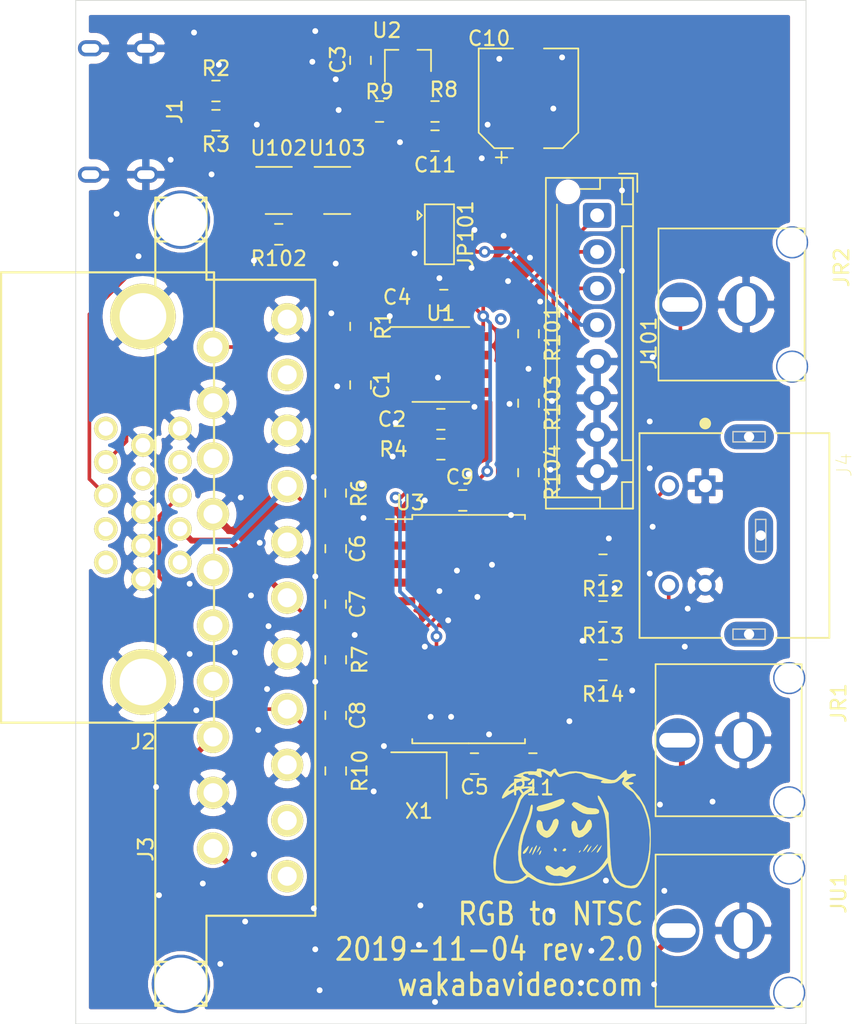
<source format=kicad_pcb>
(kicad_pcb (version 20171130) (host pcbnew "(5.1.5)-2")
  (layers (0 F.Cu signal) (31 B.Cu signal) (34 B.Paste user hide) (35 F.Paste user hide) (36 B.SilkS user hide) (37 F.SilkS user) (38 B.Mask user hide) (39 F.Mask user hide) (44 Edge.Cuts user))
  (net 0 "")
  (net 1 /Red)
  (net 2 "Net-(C2-Pad1)")
  (net 3 /Green)
  (net 4 /Blue)
  (net 5 VCC)
  (net 6 GND)
  (net 7 +5V)
  (net 8 /HSYNC)
  (net 9 /VSYNC)
  (net 10 VS)
  (net 11 "Net-(J4-Pad3)")
  (net 12 "Net-(J2-Pad4)")
  (net 13 "Net-(JR2-Pad1)")
  (net 14 "Net-(R8-Pad2)")
  (net 15 /CSYNC)
  (net 16 "Net-(C1-Pad2)")
  (net 17 "Net-(C6-Pad1)")
  (net 18 "Net-(C7-Pad1)")
  (net 19 "Net-(C8-Pad1)")
  (net 20 "Net-(J1-PadB5)")
  (net 21 "Net-(J1-PadA5)")
  (net 22 "Net-(J2-Pad15)")
  (net 23 "Net-(J2-Pad12)")
  (net 24 "Net-(J2-Pad11)")
  (net 25 "Net-(J2-Pad9)")
  (net 26 "Net-(J3-Pad1)")
  (net 27 "Net-(J3-Pad19)")
  (net 28 "Net-(J3-Pad16)")
  (net 29 "Net-(J3-Pad12)")
  (net 30 "Net-(J3-Pad10)")
  (net 31 "Net-(J3-Pad6)")
  (net 32 "Net-(J3-Pad3)")
  (net 33 "Net-(J3-Pad2)")
  (net 34 "Net-(J4-Pad4)")
  (net 35 "Net-(R11-Pad1)")
  (net 36 "Net-(R12-Pad2)")
  (net 37 "Net-(R13-Pad2)")
  (net 38 "Net-(R14-Pad2)")
  (net 39 "Net-(U1-Pad7)")
  (net 40 "Net-(U1-Pad5)")
  (net 41 "Net-(U1-Pad3)")
  (net 42 "Net-(U3-Pad6)")
  (net 43 /SYNC)
  (net 44 /STRIP_CSYNC)
  (net 45 /VGA_CSYNC)
  (net 46 "Net-(U102-Pad4)")
  (net 47 "Net-(J101-Pad3)")
  (net 48 "Net-(J101-Pad2)")
  (net 49 "Net-(J101-Pad1)")
  (net 50 "Net-(R101-Pad2)")
  (net 51 "Net-(R103-Pad2)")
  (net 52 "Net-(R104-Pad2)")
  (net 53 "Net-(R104-Pad1)")
  (module Resistor_SMD:R_0805_2012Metric_Pad1.15x1.40mm_HandSolder (layer F.Cu) (at 51 72.3 270)
    (fp_text reference R104 (at 0 -1.65 90) (layer F.SilkS))
    (fp_text value 75)
    (pad 2 smd roundrect (at 1.025 0 270) (size 1.15 1.4) (layers F.Cu F.Paste F.Mask) (roundrect_rratio 0.217391) (net 52 "Net-(R104-Pad2)"))
    (pad 1 smd roundrect (at -1.025 0 270) (size 1.15 1.4) (layers F.Cu F.Paste F.Mask) (roundrect_rratio 0.217391) (net 47 "Net-(J101-Pad3)"))
  )
  (module Resistor_SMD:R_0805_2012Metric_Pad1.15x1.40mm_HandSolder (layer F.Cu) (at 51 67.55 270)
    (fp_text reference R103 (at 0 -1.65 90) (layer F.SilkS))
    (fp_text value 75)
    (pad 2 smd roundrect (at 1.025 0 270) (size 1.15 1.4) (layers F.Cu F.Paste F.Mask) (roundrect_rratio 0.217391) (net 51 "Net-(R103-Pad2)"))
    (pad 1 smd roundrect (at -1.025 0 270) (size 1.15 1.4) (layers F.Cu F.Paste F.Mask) (roundrect_rratio 0.217391) (net 48 "Net-(J101-Pad2)"))
  )
  (module Resistor_SMD:R_0805_2012Metric_Pad1.15x1.40mm_HandSolder (layer F.Cu) (at 51 62.8 270)
    (fp_text reference R101 (at 0 -1.65 90) (layer F.SilkS))
    (fp_text value 75)
    (pad 2 smd roundrect (at 1.025 0 270) (size 1.15 1.4) (layers F.Cu F.Paste F.Mask) (roundrect_rratio 0.217391) (net 50 "Net-(R101-Pad2)"))
    (pad 1 smd roundrect (at -1.025 0 270) (size 1.15 1.4) (layers F.Cu F.Paste F.Mask) (roundrect_rratio 0.217391) (net 49 "Net-(J101-Pad1)"))
  )
  (module Connector_JST:JST_XH_B8B-XH-AM_1x08_P2.50mm_Vertical (layer F.Cu) (at 55.7 54.7 270)
    (fp_text reference J101 (at 8.75 -3.55 90) (layer F.SilkS))
    (fp_text value Conn_01x08)
    (pad "" np_thru_hole circle (at -1.6 2 270) (size 1.2 1.2) (drill 1.2) (layers *.Cu *.Mask))
    (pad 8 thru_hole oval (at 17.5 0 270) (size 1.7 1.95) (drill 0.95) (layers *.Cu *.Mask) (net 6 GND))
    (pad 7 thru_hole oval (at 15 0 270) (size 1.7 1.95) (drill 0.95) (layers *.Cu *.Mask) (net 6 GND))
    (pad 6 thru_hole oval (at 12.5 0 270) (size 1.7 1.95) (drill 0.95) (layers *.Cu *.Mask) (net 6 GND))
    (pad 5 thru_hole oval (at 10 0 270) (size 1.7 1.95) (drill 0.95) (layers *.Cu *.Mask) (net 6 GND))
    (pad 4 thru_hole oval (at 7.5 0 270) (size 1.7 1.95) (drill 0.95) (layers *.Cu *.Mask) (net 43 /SYNC))
    (pad 3 thru_hole oval (at 5 0 270) (size 1.7 1.95) (drill 0.95) (layers *.Cu *.Mask) (net 47 "Net-(J101-Pad3)"))
    (pad 2 thru_hole oval (at 2.5 0 270) (size 1.7 1.95) (drill 0.95) (layers *.Cu *.Mask) (net 48 "Net-(J101-Pad2)"))
    (pad 1 thru_hole roundrect (at 0 0 270) (size 1.7 1.95) (drill 0.95) (layers *.Cu *.Mask) (roundrect_rratio 0.147059) (net 49 "Net-(J101-Pad1)"))
  )
  (module Package_TO_SOT_SMD:SOT-23-5 (layer F.Cu) (at 37.9 53)
    (fp_text reference U103 (at 0 -2.9) (layer F.SilkS))
    (fp_text value 74AHCT1G86)
    (pad 5 smd rect (at 1.1 -0.95) (size 1.06 0.65) (layers F.Cu F.Paste F.Mask) (net 5 VCC))
    (pad 4 smd rect (at 1.1 0.95) (size 1.06 0.65) (layers F.Cu F.Paste F.Mask) (net 45 /VGA_CSYNC))
    (pad 3 smd rect (at -1.1 0.95) (size 1.06 0.65) (layers F.Cu F.Paste F.Mask) (net 6 GND))
    (pad 2 smd rect (at -1.1 0) (size 1.06 0.65) (layers F.Cu F.Paste F.Mask) (net 5 VCC))
    (pad 1 smd rect (at -1.1 -0.95) (size 1.06 0.65) (layers F.Cu F.Paste F.Mask) (net 46 "Net-(U102-Pad4)"))
  )
  (module Package_TO_SOT_SMD:SOT-23-5 (layer F.Cu) (at 33.9 53)
    (fp_text reference U102 (at 0 -2.9) (layer F.SilkS))
    (fp_text value 74AHCT1G86)
    (pad 5 smd rect (at 1.1 -0.95) (size 1.06 0.65) (layers F.Cu F.Paste F.Mask) (net 5 VCC))
    (pad 4 smd rect (at 1.1 0.95) (size 1.06 0.65) (layers F.Cu F.Paste F.Mask) (net 46 "Net-(U102-Pad4)"))
    (pad 3 smd rect (at -1.1 0.95) (size 1.06 0.65) (layers F.Cu F.Paste F.Mask) (net 6 GND))
    (pad 2 smd rect (at -1.1 0) (size 1.06 0.65) (layers F.Cu F.Paste F.Mask) (net 9 /VSYNC))
    (pad 1 smd rect (at -1.1 -0.95) (size 1.06 0.65) (layers F.Cu F.Paste F.Mask) (net 8 /HSYNC))
  )
  (module Resistor_SMD:R_0805_2012Metric_Pad1.15x1.40mm_HandSolder (layer F.Cu) (at 33.9 56 180)
    (fp_text reference R102 (at 0 -1.65) (layer F.SilkS))
    (fp_text value 1k)
    (pad 2 smd roundrect (at 1.025 0 180) (size 1.15 1.4) (layers F.Cu F.Paste F.Mask) (roundrect_rratio 0.217391) (net 9 /VSYNC))
    (pad 1 smd roundrect (at -1.025 0 180) (size 1.15 1.4) (layers F.Cu F.Paste F.Mask) (roundrect_rratio 0.217391) (net 5 VCC))
  )
  (module Jumper:SolderJumper-3_P1.3mm_Bridged12_Pad1.0x1.5mm (layer F.Cu) (at 44.9 56 270)
    (fp_text reference JP101 (at 0 -1.8 90) (layer F.SilkS))
    (fp_text value Jumper_3_Bridged12)
    (fp_poly (pts (xy -0.9 -0.3) (xy -0.4 -0.3) (xy -0.4 0.3) (xy -0.9 0.3)) (layer F.Cu) (width 0))
    (pad 2 smd rect (at 0 0 270) (size 1 1.5) (layers F.Cu F.Mask) (net 43 /SYNC))
    (pad 3 smd rect (at 1.3 0 270) (size 1 1.5) (layers F.Cu F.Mask) (net 44 /STRIP_CSYNC))
    (pad 1 smd rect (at -1.3 0 270) (size 1 1.5) (layers F.Cu F.Mask) (net 45 /VGA_CSYNC))
  )
  (module videobits:uwuriel (layer F.Cu) (at 54 96.6)
    (fp_text reference GOTE1 hide)
    (fp_text value Fiducial hide)
  )
  (module Package_TO_SOT_SMD:SOT-23 (layer F.Cu) (at 42.746 44.142 90)
    (fp_text reference U2 (at 2.092 -1.446 180) (layer F.SilkS))
    (fp_text value SC6206B-65K5 hide)
    (pad 3 smd rect (at 1 0 90) (size 0.9 0.8) (layers F.Cu F.Paste F.Mask) (net 7 +5V))
    (pad 2 smd rect (at -1 0.95 90) (size 0.9 0.8) (layers F.Cu F.Paste F.Mask) (net 5 VCC))
    (pad 1 smd rect (at -1 -0.95 90) (size 0.9 0.8) (layers F.Cu F.Paste F.Mask) (net 14 "Net-(R8-Pad2)"))
  )
  (module Resistor_SMD:R_0805_2012Metric_Pad1.15x1.40mm_HandSolder (layer F.Cu) (at 44.6 47.6 180)
    (fp_text reference R8 (at -0.6 1.5 180) (layer F.SilkS))
    (fp_text value 3k)
    (pad 2 smd roundrect (at 1.025 0 180) (size 1.15 1.4) (layers F.Cu F.Paste F.Mask) (roundrect_rratio 0.217391) (net 14 "Net-(R8-Pad2)"))
    (pad 1 smd roundrect (at -1.025 0 180) (size 1.15 1.4) (layers F.Cu F.Paste F.Mask) (roundrect_rratio 0.217391) (net 5 VCC))
  )
  (module Resistor_SMD:R_0805_2012Metric_Pad1.15x1.40mm_HandSolder (layer F.Cu) (at 40.8 47.6 180)
    (fp_text reference R9 (at 0 1.35 180) (layer F.SilkS))
    (fp_text value 1k)
    (pad 2 smd roundrect (at 1.025 0 180) (size 1.15 1.4) (layers F.Cu F.Paste F.Mask) (roundrect_rratio 0.217391) (net 6 GND))
    (pad 1 smd roundrect (at -1.025 0 180) (size 1.15 1.4) (layers F.Cu F.Paste F.Mask) (roundrect_rratio 0.217391) (net 14 "Net-(R8-Pad2)"))
  )
  (module Resistor_SMD:R_0805_2012Metric_Pad1.15x1.40mm_HandSolder (layer F.Cu) (at 37.8 73.7 90)
    (fp_text reference R6 (at 0 1.6 90) (layer F.SilkS))
    (fp_text value 75)
    (pad 2 smd roundrect (at 1.025 0 90) (size 1.15 1.4) (layers F.Cu F.Paste F.Mask) (roundrect_rratio 0.217391) (net 6 GND))
    (pad 1 smd roundrect (at -1.025 0 90) (size 1.15 1.4) (layers F.Cu F.Paste F.Mask) (roundrect_rratio 0.217391) (net 1 /Red))
  )
  (module Resistor_SMD:R_0805_2012Metric_Pad1.15x1.40mm_HandSolder (layer F.Cu) (at 37.8 85.1 270)
    (fp_text reference R7 (at 0 -1.65 90) (layer F.SilkS))
    (fp_text value 75)
    (pad 2 smd roundrect (at 1.025 0 270) (size 1.15 1.4) (layers F.Cu F.Paste F.Mask) (roundrect_rratio 0.217391) (net 6 GND))
    (pad 1 smd roundrect (at -1.025 0 270) (size 1.15 1.4) (layers F.Cu F.Paste F.Mask) (roundrect_rratio 0.217391) (net 3 /Green))
  )
  (module Capacitor_SMD:C_0805_2012Metric_Pad1.15x1.40mm_HandSolder (layer F.Cu) (at 37.8 81.3 270)
    (fp_text reference C7 (at 0 -1.5 90) (layer F.SilkS))
    (fp_text value 1u)
    (pad 2 smd roundrect (at 1.025 0 270) (size 1.15 1.4) (layers F.Cu F.Paste F.Mask) (roundrect_rratio 0.217391) (net 3 /Green))
    (pad 1 smd roundrect (at -1.025 0 270) (size 1.15 1.4) (layers F.Cu F.Paste F.Mask) (roundrect_rratio 0.217391) (net 18 "Net-(C7-Pad1)"))
  )
  (module Capacitor_SMD:C_0805_2012Metric_Pad1.15x1.40mm_HandSolder (layer F.Cu) (at 37.8 88.9 270)
    (fp_text reference C8 (at 0 -1.5 90) (layer F.SilkS))
    (fp_text value 1u)
    (pad 2 smd roundrect (at 1.025 0 270) (size 1.15 1.4) (layers F.Cu F.Paste F.Mask) (roundrect_rratio 0.217391) (net 4 /Blue))
    (pad 1 smd roundrect (at -1.025 0 270) (size 1.15 1.4) (layers F.Cu F.Paste F.Mask) (roundrect_rratio 0.217391) (net 19 "Net-(C8-Pad1)"))
  )
  (module Capacitor_SMD:C_0805_2012Metric_Pad1.15x1.40mm_HandSolder (layer F.Cu) (at 44.6 49.6 180)
    (fp_text reference C11 (at 0 -1.65) (layer F.SilkS))
    (fp_text value 10u)
    (pad 2 smd roundrect (at 1.025 0 180) (size 1.15 1.4) (layers F.Cu F.Paste F.Mask) (roundrect_rratio 0.217391) (net 6 GND))
    (pad 1 smd roundrect (at -1.025 0 180) (size 1.15 1.4) (layers F.Cu F.Paste F.Mask) (roundrect_rratio 0.217391) (net 5 VCC))
  )
  (module Capacitor_SMD:C_0805_2012Metric_Pad1.15x1.40mm_HandSolder (layer F.Cu) (at 39.5 66.3 270)
    (fp_text reference C1 (at 0 -1.45 90) (layer F.SilkS))
    (fp_text value 100n)
    (pad 2 smd roundrect (at 1.025 0 270) (size 1.15 1.4) (layers F.Cu F.Paste F.Mask) (roundrect_rratio 0.217391) (net 16 "Net-(C1-Pad2)"))
    (pad 1 smd roundrect (at -1.025 0 270) (size 1.15 1.4) (layers F.Cu F.Paste F.Mask) (roundrect_rratio 0.217391) (net 15 /CSYNC))
  )
  (module Resistor_SMD:R_0805_2012Metric_Pad1.15x1.40mm_HandSolder (layer F.Cu) (at 39.5 62.3 90)
    (fp_text reference R1 (at 0.05 1.55 90) (layer F.SilkS))
    (fp_text value 75)
    (pad 2 smd roundrect (at 1.025 0 90) (size 1.15 1.4) (layers F.Cu F.Paste F.Mask) (roundrect_rratio 0.217391) (net 6 GND))
    (pad 1 smd roundrect (at -1.025 0 90) (size 1.15 1.4) (layers F.Cu F.Paste F.Mask) (roundrect_rratio 0.217391) (net 15 /CSYNC))
  )
  (module custom_components:SCART_CONN (layer F.Cu) (at 29.4 98 270)
    (fp_text reference J3 (at 0.05 4.6 90) (layer F.SilkS))
    (fp_text value SCART_CONN)
    (pad 1 thru_hole circle (at 1.905 -5.08 270) (size 2.2 2.2) (drill 1.3) (layers *.Cu *.Mask F.SilkS) (net 26 "Net-(J3-Pad1)"))
    (pad 21 thru_hole circle (at -36.195 -5.08 270) (size 2.2 2.2) (drill 1.3) (layers *.Cu *.Mask F.SilkS) (net 6 GND))
    (pad 18 thru_hole circle (at -30.48 0 270) (size 2.2 2.2) (drill 1.3) (layers *.Cu *.Mask F.SilkS) (net 6 GND))
    (pad 19 thru_hole circle (at -32.385 -5.08 270) (size 2.2 2.2) (drill 1.3) (layers *.Cu *.Mask F.SilkS) (net 27 "Net-(J3-Pad19)"))
    (pad 16 thru_hole circle (at -26.67 0 270) (size 2.2 2.2) (drill 1.3) (layers *.Cu *.Mask F.SilkS) (net 28 "Net-(J3-Pad16)"))
    (pad 17 thru_hole circle (at -28.575 -5.08 270) (size 2.2 2.2) (drill 1.3) (layers *.Cu *.Mask F.SilkS) (net 6 GND))
    (pad 14 thru_hole circle (at -22.86 0 270) (size 2.2 2.2) (drill 1.3) (layers *.Cu *.Mask F.SilkS) (net 6 GND))
    (pad 15 thru_hole circle (at -24.765 -5.08 270) (size 2.2 2.2) (drill 1.3) (layers *.Cu *.Mask F.SilkS) (net 1 /Red))
    (pad 20 thru_hole circle (at -34.29 0 270) (size 2.2 2.2) (drill 1.3) (layers *.Cu *.Mask F.SilkS) (net 15 /CSYNC))
    (pad 13 thru_hole circle (at -20.955 -5.08 270) (size 2.2 2.2) (drill 1.3) (layers *.Cu *.Mask F.SilkS) (net 6 GND))
    (pad 12 thru_hole circle (at -19.05 0 270) (size 2.2 2.2) (drill 1.3) (layers *.Cu *.Mask F.SilkS) (net 29 "Net-(J3-Pad12)"))
    (pad 11 thru_hole circle (at -17.145 -5.08 270) (size 2.2 2.2) (drill 1.3) (layers *.Cu *.Mask F.SilkS) (net 3 /Green))
    (pad 10 thru_hole circle (at -15.24 0 270) (size 2.2 2.2) (drill 1.3) (layers *.Cu *.Mask F.SilkS) (net 30 "Net-(J3-Pad10)"))
    (pad 9 thru_hole circle (at -13.335 -5.08 270) (size 2.2 2.2) (drill 1.3) (layers *.Cu *.Mask F.SilkS) (net 6 GND))
    (pad 8 thru_hole circle (at -11.43 0 270) (size 2.2 2.2) (drill 1.3) (layers *.Cu *.Mask F.SilkS) (net 10 VS))
    (pad 7 thru_hole circle (at -9.525 -5.08 270) (size 2.2 2.2) (drill 1.3) (layers *.Cu *.Mask F.SilkS) (net 4 /Blue))
    (pad 6 thru_hole circle (at -7.62 0 270) (size 2.2 2.2) (drill 1.3) (layers *.Cu *.Mask F.SilkS) (net 31 "Net-(J3-Pad6)"))
    (pad 5 thru_hole circle (at -5.715 -5.08 270) (size 2.2 2.2) (drill 1.3) (layers *.Cu *.Mask F.SilkS) (net 6 GND))
    (pad 4 thru_hole circle (at -3.81 0 270) (size 2.2 2.2) (drill 1.3) (layers *.Cu *.Mask F.SilkS) (net 6 GND))
    (pad 3 thru_hole circle (at -1.905 -5.08 270) (size 2.2 2.2) (drill 1.3) (layers *.Cu *.Mask F.SilkS) (net 32 "Net-(J3-Pad3)"))
    (pad 2 thru_hole circle (at 0 0 270) (size 2.2 2.2) (drill 1.3) (layers *.Cu *.Mask F.SilkS) (net 33 "Net-(J3-Pad2)"))
    (pad 0 thru_hole circle (at -43 2.2 270) (size 4 4) (drill 3.6) (layers *.Cu *.Mask))
    (pad 0 thru_hole circle (at 9.27 2.2 270) (size 4 4) (drill 3.6) (layers *.Cu *.Mask))
  )
  (module videobits:USB_C_Receptacle_Generic_Power_Only (layer F.Cu) (at 18.4 47.6 90)
    (fp_text reference J1 (at 0 8.382 90) (layer F.SilkS))
    (fp_text value USB_C_Receptacle_Power)
    (pad S1 thru_hole oval (at 4.32 6.4 90) (size 1.1 1.7) (drill oval 0.6 1.2) (layers *.Cu *.Mask) (net 6 GND))
    (pad S1 thru_hole oval (at -4.32 6.4 90) (size 1.1 1.7) (drill oval 0.6 1.2) (layers *.Cu *.Mask) (net 6 GND))
    (pad S1 thru_hole oval (at -4.32 2.6 90) (size 1.1 1.7) (drill oval 0.6 1.2) (layers *.Cu *.Mask) (net 6 GND))
    (pad B12 smd rect (at 2.75 6.55 90) (size 0.8 1.2) (layers F.Cu F.Mask) (net 6 GND))
    (pad B9 smd rect (at 1.52 6.55 90) (size 0.76 1.2) (layers F.Cu F.Mask) (net 7 +5V))
    (pad B5 smd rect (at -0.5 6.55 90) (size 0.7 1.2) (layers F.Cu F.Mask) (net 20 "Net-(J1-PadB5)"))
    (pad S1 thru_hole oval (at 4.32 2.6 90) (size 1.1 1.7) (drill oval 0.6 1.2) (layers *.Cu *.Mask) (net 6 GND))
    (pad A9 smd rect (at -1.52 6.55 90) (size 0.76 1.2) (layers F.Cu F.Mask) (net 7 +5V))
    (pad A12 smd rect (at -2.75 6.55 90) (size 0.8 1.2) (layers F.Cu F.Mask) (net 6 GND))
    (pad A5 smd rect (at 0.5 6.55 90) (size 0.7 1.2) (layers F.Cu F.Mask) (net 21 "Net-(J1-PadA5)"))
  )
  (module Capacitor_SMD:C_0805_2012Metric_Pad1.15x1.40mm_HandSolder (layer F.Cu) (at 45 68.65 180)
    (fp_text reference C2 (at 3.35 0) (layer F.SilkS))
    (fp_text value 100n)
    (pad 2 smd roundrect (at 1.025 0 180) (size 1.15 1.4) (layers F.Cu F.Paste F.Mask) (roundrect_rratio 0.217391) (net 6 GND))
    (pad 1 smd roundrect (at -1.025 0 180) (size 1.15 1.4) (layers F.Cu F.Paste F.Mask) (roundrect_rratio 0.217391) (net 2 "Net-(C2-Pad1)"))
  )
  (module Resistor_SMD:R_0805_2012Metric_Pad1.15x1.40mm_HandSolder (layer F.Cu) (at 45 70.7 180)
    (fp_text reference R4 (at 3.25 0) (layer F.SilkS))
    (fp_text value 680k)
    (pad 2 smd roundrect (at 1.025 0 180) (size 1.15 1.4) (layers F.Cu F.Paste F.Mask) (roundrect_rratio 0.217391) (net 6 GND))
    (pad 1 smd roundrect (at -1.025 0 180) (size 1.15 1.4) (layers F.Cu F.Paste F.Mask) (roundrect_rratio 0.217391) (net 2 "Net-(C2-Pad1)"))
  )
  (module Package_SO:SOP-24_7.5x15.4mm_P1.27mm (layer F.Cu) (at 46.9 83)
    (fp_text reference U3 (at -4 -8.65) (layer F.SilkS))
    (fp_text value CXA2075)
    (pad 24 smd roundrect (at 4.65 -6.985) (size 2 0.55) (layers F.Cu F.Paste F.Mask) (net 6 GND))
    (pad 23 smd roundrect (at 4.65 -5.715) (size 2 0.55) (layers F.Cu F.Paste F.Mask) (net 50 "Net-(R101-Pad2)"))
    (pad 22 smd roundrect (at 4.65 -4.445) (size 2 0.55) (layers F.Cu F.Paste F.Mask) (net 51 "Net-(R103-Pad2)"))
    (pad 21 smd roundrect (at 4.65 -3.175) (size 2 0.55) (layers F.Cu F.Paste F.Mask) (net 52 "Net-(R104-Pad2)"))
    (pad 20 smd roundrect (at 4.65 -1.905) (size 2 0.55) (layers F.Cu F.Paste F.Mask) (net 36 "Net-(R12-Pad2)"))
    (pad 19 smd roundrect (at 4.65 -0.635) (size 2 0.55) (layers F.Cu F.Paste F.Mask) (net 5 VCC))
    (pad 18 smd roundrect (at 4.65 0.635) (size 2 0.55) (layers F.Cu F.Paste F.Mask))
    (pad 17 smd roundrect (at 4.65 1.905) (size 2 0.55) (layers F.Cu F.Paste F.Mask) (net 35 "Net-(R11-Pad1)"))
    (pad 16 smd roundrect (at 4.65 3.175) (size 2 0.55) (layers F.Cu F.Paste F.Mask) (net 37 "Net-(R13-Pad2)"))
    (pad 15 smd roundrect (at 4.65 4.445) (size 2 0.55) (layers F.Cu F.Paste F.Mask) (net 38 "Net-(R14-Pad2)"))
    (pad 14 smd roundrect (at 4.65 5.715) (size 2 0.55) (layers F.Cu F.Paste F.Mask))
    (pad 13 smd roundrect (at 4.65 6.985) (size 2 0.55) (layers F.Cu F.Paste F.Mask))
    (pad 12 smd roundrect (at -4.65 6.985) (size 2 0.55) (layers F.Cu F.Paste F.Mask) (net 5 VCC))
    (pad 11 smd roundrect (at -4.65 5.715) (size 2 0.55) (layers F.Cu F.Paste F.Mask))
    (pad 10 smd roundrect (at -4.65 4.445) (size 2 0.55) (layers F.Cu F.Paste F.Mask) (net 43 /SYNC))
    (pad 9 smd roundrect (at -4.65 3.175) (size 2 0.55) (layers F.Cu F.Paste F.Mask))
    (pad 8 smd roundrect (at -4.65 1.905) (size 2 0.55) (layers F.Cu F.Paste F.Mask))
    (pad 7 smd roundrect (at -4.65 0.635) (size 2 0.55) (layers F.Cu F.Paste F.Mask) (net 5 VCC))
    (pad 6 smd roundrect (at -4.65 -0.635) (size 2 0.55) (layers F.Cu F.Paste F.Mask) (net 42 "Net-(U3-Pad6)"))
    (pad 5 smd roundrect (at -4.65 -1.905) (size 2 0.55) (layers F.Cu F.Paste F.Mask))
    (pad 4 smd roundrect (at -4.65 -3.175) (size 2 0.55) (layers F.Cu F.Paste F.Mask) (net 19 "Net-(C8-Pad1)"))
    (pad 3 smd roundrect (at -4.65 -4.445) (size 2 0.55) (layers F.Cu F.Paste F.Mask) (net 18 "Net-(C7-Pad1)"))
    (pad 2 smd roundrect (at -4.65 -5.715) (size 2 0.55) (layers F.Cu F.Paste F.Mask) (net 17 "Net-(C6-Pad1)"))
    (pad 1 smd roundrect (at -4.65 -6.985) (size 2 0.55) (layers F.Cu F.Paste F.Mask) (net 6 GND))
  )
  (module Resistor_SMD:R_0805_2012Metric_Pad1.15x1.40mm_HandSolder (layer F.Cu) (at 51.3 92.2 180)
    (fp_text reference R11 (at 0 -1.65) (layer F.SilkS))
    (fp_text value 3k3)
    (pad 2 smd roundrect (at 1.025 0 180) (size 1.15 1.4) (layers F.Cu F.Paste F.Mask) (roundrect_rratio 0.217391) (net 5 VCC))
    (pad 1 smd roundrect (at -1.025 0 180) (size 1.15 1.4) (layers F.Cu F.Paste F.Mask) (roundrect_rratio 0.217391) (net 35 "Net-(R11-Pad1)"))
  )
  (module Capacitor_SMD:C_0805_2012Metric_Pad1.15x1.40mm_HandSolder (layer F.Cu) (at 47.3 92.2)
    (fp_text reference C5 (at 0 1.6) (layer F.SilkS))
    (fp_text value 100n)
    (pad 2 smd roundrect (at 1.025 0) (size 1.15 1.4) (layers F.Cu F.Paste F.Mask) (roundrect_rratio 0.217391) (net 6 GND))
    (pad 1 smd roundrect (at -1.025 0) (size 1.15 1.4) (layers F.Cu F.Paste F.Mask) (roundrect_rratio 0.217391) (net 5 VCC))
  )
  (module Oscillator:Oscillator_SMD_Abracon_ASE-4Pin_3.2x2.5mm (layer F.Cu) (at 43.5 93 180)
    (fp_text reference X1 (at 0 -2.45) (layer F.SilkS))
    (fp_text value ASE-14.32MHz)
    (pad 4 smd rect (at -1.05 -0.825 180) (size 1.3 1.1) (layers F.Cu F.Paste F.Mask) (net 5 VCC))
    (pad 3 smd rect (at 1.05 -0.825 180) (size 1.3 1.1) (layers F.Cu F.Paste F.Mask) (net 42 "Net-(U3-Pad6)"))
    (pad 2 smd rect (at 1.05 0.825 180) (size 1.3 1.1) (layers F.Cu F.Paste F.Mask) (net 6 GND))
    (pad 1 smd rect (at -1.05 0.825 180) (size 1.3 1.1) (layers F.Cu F.Paste F.Mask) (net 5 VCC))
  )
  (module Resistor_SMD:R_0805_2012Metric_Pad1.15x1.40mm_HandSolder (layer F.Cu) (at 56.1 85.8 180)
    (fp_text reference R14 (at 0 -1.65) (layer F.SilkS))
    (fp_text value 75)
    (pad 2 smd roundrect (at 1.025 0 180) (size 1.15 1.4) (layers F.Cu F.Paste F.Mask) (roundrect_rratio 0.217391) (net 38 "Net-(R14-Pad2)"))
    (pad 1 smd roundrect (at -1.025 0 180) (size 1.15 1.4) (layers F.Cu F.Paste F.Mask) (roundrect_rratio 0.217391) (net 34 "Net-(J4-Pad4)"))
  )
  (module Resistor_SMD:R_0805_2012Metric_Pad1.15x1.40mm_HandSolder (layer F.Cu) (at 56.1 81.8 180)
    (fp_text reference R13 (at 0 -1.65) (layer F.SilkS))
    (fp_text value 75)
    (pad 2 smd roundrect (at 1.025 0 180) (size 1.15 1.4) (layers F.Cu F.Paste F.Mask) (roundrect_rratio 0.217391) (net 37 "Net-(R13-Pad2)"))
    (pad 1 smd roundrect (at -1.025 0 180) (size 1.15 1.4) (layers F.Cu F.Paste F.Mask) (roundrect_rratio 0.217391) (net 11 "Net-(J4-Pad3)"))
  )
  (module Resistor_SMD:R_0805_2012Metric_Pad1.15x1.40mm_HandSolder (layer F.Cu) (at 56.1 78.6 180)
    (fp_text reference R12 (at 0 -1.65) (layer F.SilkS))
    (fp_text value 75)
    (pad 2 smd roundrect (at 1.025 0 180) (size 1.15 1.4) (layers F.Cu F.Paste F.Mask) (roundrect_rratio 0.217391) (net 36 "Net-(R12-Pad2)"))
    (pad 1 smd roundrect (at -1.025 0 180) (size 1.15 1.4) (layers F.Cu F.Paste F.Mask) (roundrect_rratio 0.217391) (net 13 "Net-(JR2-Pad1)"))
  )
  (module videobits:Cheapo_RCA_single_edge (layer F.Cu) (at 69.9 60.8 270)
    (fp_text reference JR2 (at -2.54 -2.54 90) (layer F.SilkS))
    (fp_text value Conn_Coaxial)
    (pad 0 thru_hole circle (at -4.25 0.85 270) (size 2.2 2.2) (drill 2) (layers *.Cu *.Mask))
    (pad 0 thru_hole circle (at 4.25 0.85 270) (size 2.2 2.2) (drill 2) (layers *.Cu *.Mask))
    (pad 2 thru_hole oval (at 0 4 270) (size 3 3) (drill oval 2.5 1.3) (layers *.Cu *.Mask) (net 6 GND))
    (pad 1 thru_hole oval (at 0 8.5 270) (size 3 3) (drill oval 1 2.5) (layers *.Cu *.Mask) (net 13 "Net-(JR2-Pad1)"))
  )
  (module videobits:CUI_MD-40SM (layer F.Cu) (at 65.1 76.6 270)
    (fp_text reference J4 (at -4.82085 -7.51633 90) (layer F.SilkS) (effects (font (size 1.00018 1.00018) (thickness 0.05))))
    (fp_text value Mini-DIN-4 hide)
    (fp_line (start 1.1 -2.15) (end 1.1 -1.45) (layer Edge.Cuts) (width 0.1))
    (fp_line (start -1.1 -2.15) (end 1.1 -2.15) (layer Edge.Cuts) (width 0.1))
    (fp_line (start -1.1 -1.45) (end -1.1 -2.15) (layer Edge.Cuts) (width 0.1))
    (fp_line (start 1.1 -1.45) (end -1.1 -1.45) (layer Edge.Cuts) (width 0.1))
    (fp_line (start 6.4 -2.1) (end 7.1 -2.1) (layer Edge.Cuts) (width 0.1))
    (fp_line (start 6.4 0.1) (end 6.4 -2.1) (layer Edge.Cuts) (width 0.1))
    (fp_line (start 7.1 0.1) (end 6.4 0.1) (layer Edge.Cuts) (width 0.1))
    (fp_line (start 7.1 -2.1) (end 7.1 0.1) (layer Edge.Cuts) (width 0.1))
    (fp_line (start -6.4 0.1) (end -7.1 0.1) (layer Edge.Cuts) (width 0.1))
    (fp_line (start -6.4 -2.1) (end -6.4 0.1) (layer Edge.Cuts) (width 0.1))
    (fp_line (start -7.1 -2.1) (end -6.4 -2.1) (layer Edge.Cuts) (width 0.1))
    (fp_line (start -7.1 0.1) (end -7.1 -2.1) (layer Edge.Cuts) (width 0.1))
    (pad 4 thru_hole circle (at 3.4 4.5 180) (size 1.408 1.408) (drill 0.9) (layers *.Cu *.Mask) (net 34 "Net-(J4-Pad4)"))
    (pad 2 thru_hole circle (at 3.4 2 180) (size 1.408 1.408) (drill 0.9) (layers *.Cu *.Mask) (net 6 GND))
    (pad 1 thru_hole rect (at -3.4 2 180) (size 1.408 1.408) (drill 0.9) (layers *.Cu *.Mask) (net 6 GND))
    (pad 3 thru_hole circle (at -3.4 4.5 180) (size 1.408 1.408) (drill 0.9) (layers *.Cu *.Mask) (net 11 "Net-(J4-Pad3)"))
    (pad S3 thru_hole oval (at 6.75 -1 180) (size 3.4 1.7) (drill 0.7) (layers *.Cu *.Mask))
    (pad S2 thru_hole oval (at 0 -1.8 90) (size 3.4 1.7) (drill 0.7) (layers *.Cu *.Mask))
    (pad S1 thru_hole oval (at -6.75 -1) (size 3.4 1.7) (drill 0.7) (layers *.Cu *.Mask))
  )
  (module videobits:Cheapo_RCA_single_edge (layer F.Cu) (at 69.7 90.6 270)
    (fp_text reference JR1 (at -2.54 -2.54 90) (layer F.SilkS))
    (fp_text value Conn_Coaxial)
    (pad "" np_thru_hole circle (at -4.25 0.85 270) (size 2.2 2.2) (drill 2) (layers *.Cu *.Mask))
    (pad "" np_thru_hole circle (at 4.25 0.85 270) (size 2.2 2.2) (drill 2) (layers *.Cu *.Mask))
    (pad 2 thru_hole oval (at 0 4 270) (size 3 3) (drill oval 2.5 1.3) (layers *.Cu *.Mask) (net 6 GND))
    (pad 1 thru_hole oval (at 0 8.5 270) (size 3 3) (drill oval 1 2.5) (layers *.Cu *.Mask) (net 33 "Net-(J3-Pad2)"))
  )
  (module videobits:Cheapo_RCA_single_edge (layer F.Cu) (at 69.7 103.62 270)
    (fp_text reference JU1 (at -2.54 -2.54 90) (layer F.SilkS))
    (fp_text value Conn_Coaxial)
    (pad "" np_thru_hole circle (at -4.25 0.85 270) (size 2.2 2.2) (drill 2) (layers *.Cu *.Mask))
    (pad "" np_thru_hole circle (at 4.25 0.85 270) (size 2.2 2.2) (drill 2) (layers *.Cu *.Mask))
    (pad 2 thru_hole oval (at 0 4 270) (size 3 3) (drill oval 2.5 1.3) (layers *.Cu *.Mask) (net 6 GND))
    (pad 1 thru_hole oval (at 0 8.5 270) (size 3 3) (drill oval 1 2.5) (layers *.Cu *.Mask) (net 31 "Net-(J3-Pad6)"))
  )
  (module Capacitor_SMD:CP_Elec_6.3x7.7 (layer F.Cu) (at 51 46.7 90)
    (fp_text reference C10 (at 4.1 -2.7) (layer F.SilkS))
    (fp_text value 33u)
    (pad 2 smd roundrect (at 2.7 0 90) (size 3.5 1.6) (layers F.Cu F.Paste F.Mask) (roundrect_rratio 0.15625) (net 6 GND))
    (pad 1 smd roundrect (at -2.7 0 90) (size 3.5 1.6) (layers F.Cu F.Paste F.Mask) (roundrect_rratio 0.15625) (net 5 VCC))
  )
  (module Resistor_SMD:R_0805_2012Metric_Pad1.15x1.40mm_HandSolder (layer F.Cu) (at 37.8 92.7 270)
    (fp_text reference R10 (at 0 -1.65 90) (layer F.SilkS))
    (fp_text value 75)
    (pad 2 smd roundrect (at 1.025 0 270) (size 1.15 1.4) (layers F.Cu F.Paste F.Mask) (roundrect_rratio 0.217391) (net 6 GND))
    (pad 1 smd roundrect (at -1.025 0 270) (size 1.15 1.4) (layers F.Cu F.Paste F.Mask) (roundrect_rratio 0.217391) (net 4 /Blue))
  )
  (module Capacitor_SMD:C_0805_2012Metric_Pad1.15x1.40mm_HandSolder (layer F.Cu) (at 37.8 77.5 90)
    (fp_text reference C6 (at 0 1.5 90) (layer F.SilkS))
    (fp_text value 1u)
    (pad 2 smd roundrect (at 1.025 0 90) (size 1.15 1.4) (layers F.Cu F.Paste F.Mask) (roundrect_rratio 0.217391) (net 1 /Red))
    (pad 1 smd roundrect (at -1.025 0 90) (size 1.15 1.4) (layers F.Cu F.Paste F.Mask) (roundrect_rratio 0.217391) (net 17 "Net-(C6-Pad1)"))
  )
  (module custom_components:VGA_CONN (layer F.Cu) (at 24.6 75 270)
    (fp_text reference J2 (at 15.70228 -0.00508) (layer F.SilkS))
    (fp_text value VGA)
    (pad 10 thru_hole circle (at -13.38 0 270) (size 4.5 4.5) (drill 3.2) (layers *.Cu *.Mask F.SilkS) (net 6 GND))
    (pad 10 thru_hole circle (at 11.62 0 270) (size 4.5 4.5) (drill 3.2) (layers *.Cu *.Mask F.SilkS) (net 6 GND))
    (pad 15 thru_hole circle (at -5.72 2.54 270) (size 1.6 1.6) (drill 1) (layers *.Cu *.Mask F.SilkS) (net 22 "Net-(J2-Pad15)"))
    (pad 14 thru_hole circle (at -3.43 2.54 270) (size 1.6 1.6) (drill 1) (layers *.Cu *.Mask F.SilkS) (net 9 /VSYNC))
    (pad 13 thru_hole circle (at -1.14 2.54 270) (size 1.6 1.6) (drill 1) (layers *.Cu *.Mask F.SilkS) (net 8 /HSYNC))
    (pad 12 thru_hole circle (at 1.15 2.54 270) (size 1.6 1.6) (drill 1) (layers *.Cu *.Mask F.SilkS) (net 23 "Net-(J2-Pad12)"))
    (pad 11 thru_hole circle (at 3.44 2.54 270) (size 1.6 1.6) (drill 1) (layers *.Cu *.Mask F.SilkS) (net 24 "Net-(J2-Pad11)"))
    (pad 7 thru_hole circle (at 2.29 0 270) (size 1.6 1.6) (drill 1) (layers *.Cu *.Mask F.SilkS) (net 6 GND))
    (pad 6 thru_hole circle (at 4.58 0 270) (size 1.6 1.6) (drill 1) (layers *.Cu *.Mask F.SilkS) (net 6 GND))
    (pad 5 thru_hole circle (at -5.72 -2.54 270) (size 1.6 1.6) (drill 1) (layers *.Cu *.Mask F.SilkS) (net 6 GND))
    (pad 4 thru_hole circle (at -3.43 -2.54 270) (size 1.6 1.6) (drill 1) (layers *.Cu *.Mask F.SilkS) (net 12 "Net-(J2-Pad4)"))
    (pad 3 thru_hole circle (at -1.14 -2.54 270) (size 1.6 1.6) (drill 1) (layers *.Cu *.Mask F.SilkS) (net 4 /Blue))
    (pad 2 thru_hole circle (at 1.15 -2.54 270) (size 1.6 1.6) (drill 1) (layers *.Cu *.Mask F.SilkS) (net 3 /Green))
    (pad 1 thru_hole circle (at 3.44 -2.54 270) (size 1.6 1.6) (drill 1) (layers *.Cu *.Mask F.SilkS) (net 1 /Red))
    (pad 10 thru_hole circle (at -4.58 0 270) (size 1.6 1.6) (drill 1) (layers *.Cu *.Mask F.SilkS) (net 6 GND))
    (pad 9 thru_hole circle (at -2.29 0 270) (size 1.6 1.6) (drill 1) (layers *.Cu *.Mask F.SilkS) (net 25 "Net-(J2-Pad9)"))
    (pad 8 thru_hole circle (at 0 0 270) (size 1.6 1.6) (drill 1) (layers *.Cu *.Mask F.SilkS) (net 6 GND))
  )
  (module Capacitor_SMD:C_0805_2012Metric_Pad1.15x1.40mm_HandSolder (layer F.Cu) (at 39.5 44.1 270)
    (fp_text reference C3 (at -0.05 1.55 90) (layer F.SilkS))
    (fp_text value 100n)
    (pad 2 smd roundrect (at 1.025 0 270) (size 1.15 1.4) (layers F.Cu F.Paste F.Mask) (roundrect_rratio 0.217391) (net 6 GND))
    (pad 1 smd roundrect (at -1.025 0 270) (size 1.15 1.4) (layers F.Cu F.Paste F.Mask) (roundrect_rratio 0.217391) (net 7 +5V))
  )
  (module Capacitor_SMD:C_0805_2012Metric_Pad1.15x1.40mm_HandSolder (layer F.Cu) (at 45.2 60.5 180)
    (fp_text reference C4 (at 3.2 0.2) (layer F.SilkS))
    (fp_text value 100n)
    (pad 2 smd roundrect (at 1.025 0 180) (size 1.15 1.4) (layers F.Cu F.Paste F.Mask) (roundrect_rratio 0.217391) (net 6 GND))
    (pad 1 smd roundrect (at -1.025 0 180) (size 1.15 1.4) (layers F.Cu F.Paste F.Mask) (roundrect_rratio 0.217391) (net 5 VCC))
  )
  (module Capacitor_SMD:C_0805_2012Metric_Pad1.15x1.40mm_HandSolder (layer F.Cu) (at 46.5 74.2 180)
    (fp_text reference C9 (at 0.2 1.6) (layer F.SilkS))
    (fp_text value 100n)
    (pad 2 smd roundrect (at 1.025 0 180) (size 1.15 1.4) (layers F.Cu F.Paste F.Mask) (roundrect_rratio 0.217391) (net 6 GND))
    (pad 1 smd roundrect (at -1.025 0 180) (size 1.15 1.4) (layers F.Cu F.Paste F.Mask) (roundrect_rratio 0.217391) (net 5 VCC))
  )
  (module Resistor_SMD:R_0805_2012Metric_Pad1.15x1.40mm_HandSolder (layer F.Cu) (at 29.6 46.2 180)
    (fp_text reference R2 (at 0 1.55) (layer F.SilkS))
    (fp_text value 5k1)
    (pad 2 smd roundrect (at 1.025 0 180) (size 1.15 1.4) (layers F.Cu F.Paste F.Mask) (roundrect_rratio 0.217391) (net 21 "Net-(J1-PadA5)"))
    (pad 1 smd roundrect (at -1.025 0 180) (size 1.15 1.4) (layers F.Cu F.Paste F.Mask) (roundrect_rratio 0.217391) (net 6 GND))
  )
  (module Resistor_SMD:R_0805_2012Metric_Pad1.15x1.40mm_HandSolder (layer F.Cu) (at 29.6 48.2 180)
    (fp_text reference R3 (at 0 -1.65) (layer F.SilkS))
    (fp_text value 5k1)
    (pad 2 smd roundrect (at 1.025 0 180) (size 1.15 1.4) (layers F.Cu F.Paste F.Mask) (roundrect_rratio 0.217391) (net 20 "Net-(J1-PadB5)"))
    (pad 1 smd roundrect (at -1.025 0 180) (size 1.15 1.4) (layers F.Cu F.Paste F.Mask) (roundrect_rratio 0.217391) (net 6 GND))
  )
  (module Package_SO:SOIC-8_3.9x4.9mm_P1.27mm (layer F.Cu) (at 45 64.9)
    (fp_text reference U1 (at 0 -3.5) (layer F.SilkS))
    (fp_text value LM1881)
    (pad 8 smd roundrect (at 2.475 -1.905) (size 1.95 0.6) (layers F.Cu F.Paste F.Mask) (net 5 VCC))
    (pad 7 smd roundrect (at 2.475 -0.635) (size 1.95 0.6) (layers F.Cu F.Paste F.Mask) (net 39 "Net-(U1-Pad7)"))
    (pad 6 smd roundrect (at 2.475 0.635) (size 1.95 0.6) (layers F.Cu F.Paste F.Mask) (net 2 "Net-(C2-Pad1)"))
    (pad 5 smd roundrect (at 2.475 1.905) (size 1.95 0.6) (layers F.Cu F.Paste F.Mask) (net 40 "Net-(U1-Pad5)"))
    (pad 4 smd roundrect (at -2.475 1.905) (size 1.95 0.6) (layers F.Cu F.Paste F.Mask) (net 6 GND))
    (pad 3 smd roundrect (at -2.475 0.635) (size 1.95 0.6) (layers F.Cu F.Paste F.Mask) (net 41 "Net-(U1-Pad3)"))
    (pad 2 smd roundrect (at -2.475 -0.635) (size 1.95 0.6) (layers F.Cu F.Paste F.Mask) (net 16 "Net-(C1-Pad2)"))
    (pad 1 smd roundrect (at -2.475 -1.905) (size 1.95 0.6) (layers F.Cu F.Paste F.Mask) (net 44 /STRIP_CSYNC))
  )
  (gr_text "RGB to NTSC\n2019-11-04 rev 2.0\nwakabavideo.com" (at 59 104.9) (layer F.SilkS) (effects (font (size 1.5 1.3) (thickness 0.2)) (justify right)))
  (gr_line (start 20 110) (end 20 40) (layer Edge.Cuts) (width 0.05))
  (gr_line (start 70 110) (end 20 110) (layer Edge.Cuts) (width 0.05))
  (gr_line (start 70 40) (end 70 110) (layer Edge.Cuts) (width 0.05))
  (gr_line (start 20 40) (end 70 40) (layer Edge.Cuts) (width 0.05))
  (segment (start 30.715 77) (end 34.48 73.235) (width 0.4) (layer B.Cu) (net 1))
  (segment (start 27.14 78.44) (end 28.58 77) (width 0.4) (layer B.Cu) (net 1))
  (segment (start 28.58 77) (end 30.715 77) (width 0.4) (layer B.Cu) (net 1))
  (segment (start 37.8 76.475) (end 37.8 74.725) (width 0.25) (layer F.Cu) (net 1))
  (segment (start 35.97 74.725) (end 34.48 73.235) (width 0.25) (layer F.Cu) (net 1))
  (segment (start 37.8 74.725) (end 35.97 74.725) (width 0.25) (layer F.Cu) (net 1))
  (segment (start 46.4 65.535) (end 47.475 65.535) (width 0.25) (layer F.Cu) (net 2))
  (segment (start 46.025 65.91) (end 46.4 65.535) (width 0.25) (layer F.Cu) (net 2))
  (segment (start 46.025 70.7) (end 46.025 65.91) (width 0.25) (layer F.Cu) (net 2))
  (segment (start 27.14 76.15) (end 27.939999 76.949999) (width 0.4) (layer F.Cu) (net 3))
  (segment (start 30.574999 76.949999) (end 30.449999 76.949999) (width 0.4) (layer F.Cu) (net 3))
  (segment (start 34.48 80.855) (end 30.574999 76.949999) (width 0.4) (layer F.Cu) (net 3))
  (segment (start 27.939999 76.949999) (end 30.449999 76.949999) (width 0.4) (layer F.Cu) (net 3))
  (segment (start 30.449999 76.949999) (end 30.549999 76.949999) (width 0.4) (layer F.Cu) (net 3))
  (segment (start 37.8 84.075) (end 37.8 82.325) (width 0.25) (layer F.Cu) (net 3))
  (segment (start 35.95 82.325) (end 34.48 80.855) (width 0.25) (layer F.Cu) (net 3))
  (segment (start 37.8 82.325) (end 35.95 82.325) (width 0.25) (layer F.Cu) (net 3))
  (segment (start 37.8 91.675) (end 37.8 89.925) (width 0.25) (layer F.Cu) (net 4))
  (segment (start 35.93 89.925) (end 34.48 88.475) (width 0.25) (layer F.Cu) (net 4))
  (segment (start 37.8 89.925) (end 35.93 89.925) (width 0.25) (layer F.Cu) (net 4))
  (segment (start 32.924366 88.475) (end 32.1 87.650634) (width 0.25) (layer F.Cu) (net 4))
  (segment (start 34.48 88.475) (end 32.924366 88.475) (width 0.25) (layer F.Cu) (net 4))
  (segment (start 32.1 87.650634) (end 32.1 83) (width 0.25) (layer F.Cu) (net 4))
  (segment (start 32.1 83) (end 30.2 81.1) (width 0.25) (layer F.Cu) (net 4))
  (segment (start 30.2 81.1) (end 27.4 81.1) (width 0.25) (layer F.Cu) (net 4))
  (segment (start 27.4 81.1) (end 25.725001 79.425001) (width 0.25) (layer F.Cu) (net 4))
  (segment (start 25.725001 75.274999) (end 27.14 73.86) (width 0.25) (layer F.Cu) (net 4))
  (segment (start 25.725001 79.425001) (end 25.725001 75.274999) (width 0.25) (layer F.Cu) (net 4))
  (segment (start 50.55 82.365) (end 51.55 82.365) (width 0.25) (layer F.Cu) (net 5))
  (segment (start 47.525 79.34) (end 50.55 82.365) (width 0.25) (layer F.Cu) (net 5))
  (segment (start 47.525 79.025) (end 47.525 79.34) (width 0.25) (layer F.Cu) (net 5))
  (segment (start 47.525 74.2) (end 47.525 79.025) (width 0.25) (layer F.Cu) (net 5))
  (segment (start 46.285 89.985) (end 46.3 90) (width 0.25) (layer F.Cu) (net 5))
  (segment (start 42.25 89.985) (end 46.285 89.985) (width 0.25) (layer F.Cu) (net 5))
  (segment (start 46.3 80.565) (end 46.3 90) (width 0.25) (layer F.Cu) (net 5))
  (segment (start 47.525 79.34) (end 46.3 80.565) (width 0.25) (layer F.Cu) (net 5))
  (segment (start 43.23 83.635) (end 46.3 80.565) (width 0.25) (layer F.Cu) (net 5))
  (segment (start 42.25 83.635) (end 43.23 83.635) (width 0.25) (layer F.Cu) (net 5))
  (segment (start 46.275 89.995) (end 46.285 89.985) (width 0.25) (layer F.Cu) (net 5))
  (segment (start 46.275 92.2) (end 46.275 89.995) (width 0.25) (layer F.Cu) (net 5))
  (segment (start 44.575 92.2) (end 44.55 92.175) (width 0.25) (layer F.Cu) (net 5))
  (segment (start 46.275 92.2) (end 44.575 92.2) (width 0.25) (layer F.Cu) (net 5))
  (segment (start 44.55 93.825) (end 44.55 92.175) (width 0.25) (layer F.Cu) (net 5))
  (via (at 47.9 61.6) (size 0.8) (drill 0.4) (layers F.Cu B.Cu) (net 5))
  (segment (start 47.9 62.57) (end 47.475 62.995) (width 0.25) (layer F.Cu) (net 5))
  (segment (start 47.9 61.6) (end 47.9 62.57) (width 0.25) (layer F.Cu) (net 5))
  (segment (start 45.825 49.4) (end 45.625 49.6) (width 0.25) (layer F.Cu) (net 5))
  (segment (start 51 49.4) (end 45.825 49.4) (width 0.25) (layer F.Cu) (net 5))
  (segment (start 44.346 45.142) (end 43.696 45.142) (width 0.25) (layer F.Cu) (net 5))
  (segment (start 45.625 46.421) (end 44.346 45.142) (width 0.25) (layer F.Cu) (net 5))
  (segment (start 45.625 49.6) (end 45.625 46.421) (width 0.25) (layer F.Cu) (net 5))
  (segment (start 35 52.625) (end 35.375 53) (width 0.25) (layer F.Cu) (net 5))
  (segment (start 36.02 53) (end 36.8 53) (width 0.25) (layer F.Cu) (net 5))
  (segment (start 35 52.05) (end 35 52.625) (width 0.25) (layer F.Cu) (net 5))
  (segment (start 38.625 53) (end 39 52.625) (width 0.25) (layer F.Cu) (net 5))
  (segment (start 39 52.625) (end 39 52.05) (width 0.25) (layer F.Cu) (net 5))
  (segment (start 36.8 53) (end 38.625 53) (width 0.25) (layer F.Cu) (net 5))
  (segment (start 45.625 50.3) (end 45.625 49.6) (width 0.25) (layer F.Cu) (net 5))
  (segment (start 43.875 52.05) (end 45.625 50.3) (width 0.25) (layer F.Cu) (net 5))
  (segment (start 39 52.05) (end 43.875 52.05) (width 0.25) (layer F.Cu) (net 5))
  (segment (start 35.5 56) (end 35.9 55.6) (width 0.25) (layer F.Cu) (net 5))
  (segment (start 34.925 56) (end 35.5 56) (width 0.25) (layer F.Cu) (net 5))
  (segment (start 35.9 55.6) (end 35.9 53) (width 0.25) (layer F.Cu) (net 5))
  (segment (start 35.375 53) (end 35.9 53) (width 0.25) (layer F.Cu) (net 5))
  (segment (start 35.9 53) (end 36.02 53) (width 0.25) (layer F.Cu) (net 5))
  (segment (start 46.8 60.5) (end 47.9 61.6) (width 0.25) (layer F.Cu) (net 5))
  (segment (start 46.225 60.5) (end 46.8 60.5) (width 0.25) (layer F.Cu) (net 5))
  (segment (start 46.275 92.9) (end 47.275 93.9) (width 0.25) (layer F.Cu) (net 5))
  (segment (start 46.275 92.2) (end 46.275 92.9) (width 0.25) (layer F.Cu) (net 5))
  (segment (start 50.275 92.9) (end 50.275 92.2) (width 0.25) (layer F.Cu) (net 5))
  (segment (start 49.275 93.9) (end 50.275 92.9) (width 0.25) (layer F.Cu) (net 5))
  (segment (start 47.275 93.9) (end 49.275 93.9) (width 0.25) (layer F.Cu) (net 5))
  (segment (start 51 56.2) (end 51 49.4) (width 0.25) (layer F.Cu) (net 5))
  (segment (start 47.9 61.6) (end 47.9 59.3) (width 0.25) (layer F.Cu) (net 5))
  (segment (start 47.9 59.3) (end 51 56.2) (width 0.25) (layer F.Cu) (net 5))
  (segment (start 47.525 74.2) (end 47.525 72.84999) (width 0.25) (layer F.Cu) (net 5))
  (segment (start 47.525 72.84999) (end 48.17499 72.2) (width 0.25) (layer F.Cu) (net 5))
  (segment (start 48.17499 71.634315) (end 48.17499 72.2) (width 0.25) (layer B.Cu) (net 5))
  (segment (start 47.9 61.6) (end 48.37499 62.07499) (width 0.25) (layer B.Cu) (net 5))
  (segment (start 48.37499 62.07499) (end 48.37499 71.434315) (width 0.25) (layer B.Cu) (net 5))
  (segment (start 48.37499 71.434315) (end 48.17499 71.634315) (width 0.25) (layer B.Cu) (net 5))
  (via (at 48.17499 72.2) (size 0.8) (drill 0.4) (layers F.Cu B.Cu) (net 5))
  (via (at 27.8 84.7) (size 0.8) (drill 0.4) (layers F.Cu B.Cu) (net 6))
  (via (at 28.255027 88.554594) (size 0.8) (drill 0.4) (layers F.Cu B.Cu) (net 6))
  (via (at 32.5 89.9) (size 0.8) (drill 0.4) (layers F.Cu B.Cu) (net 6))
  (via (at 33.1 87.1) (size 0.8) (drill 0.4) (layers F.Cu B.Cu) (net 6))
  (via (at 47.3 67.8) (size 0.8) (drill 0.4) (layers F.Cu B.Cu) (net 6))
  (via (at 43.2 57.3) (size 0.8) (drill 0.4) (layers F.Cu B.Cu) (net 6))
  (via (at 41.5 61.6) (size 0.8) (drill 0.4) (layers F.Cu B.Cu) (net 6))
  (via (at 44.8 65.8) (size 0.8) (drill 0.4) (layers F.Cu B.Cu) (net 6))
  (via (at 41.9 68.9) (size 0.8) (drill 0.4) (layers F.Cu B.Cu) (net 6))
  (via (at 39.6 73.1) (size 0.8) (drill 0.4) (layers F.Cu B.Cu) (net 6))
  (via (at 36.4 86.6) (size 0.8) (drill 0.4) (layers F.Cu B.Cu) (net 6))
  (via (at 36.4 79.4) (size 0.8) (drill 0.4) (layers F.Cu B.Cu) (net 6))
  (via (at 31.6 103) (size 0.8) (drill 0.4) (layers F.Cu B.Cu) (net 6))
  (via (at 36.3 102.1) (size 0.8) (drill 0.4) (layers F.Cu B.Cu) (net 6))
  (via (at 36.4 104.9) (size 0.8) (drill 0.4) (layers F.Cu B.Cu) (net 6))
  (via (at 43.6 101.9) (size 0.8) (drill 0.4) (layers F.Cu B.Cu) (net 6))
  (via (at 43.5 104.6) (size 0.8) (drill 0.4) (layers F.Cu B.Cu) (net 6))
  (via (at 55.3 105) (size 0.8) (drill 0.4) (layers F.Cu B.Cu) (net 6))
  (via (at 52.6 102.3) (size 0.8) (drill 0.4) (layers F.Cu B.Cu) (net 6))
  (via (at 56.3 100.2) (size 0.8) (drill 0.4) (layers F.Cu B.Cu) (net 6))
  (via (at 60.3 100.9) (size 0.8) (drill 0.4) (layers F.Cu B.Cu) (net 6))
  (via (at 60 95) (size 0.8) (drill 0.4) (layers F.Cu B.Cu) (net 6))
  (via (at 63.6 94.8) (size 0.8) (drill 0.4) (layers F.Cu B.Cu) (net 6))
  (via (at 59.6 107.3) (size 0.8) (drill 0.4) (layers F.Cu B.Cu) (net 6))
  (via (at 54.6 107.2) (size 0.8) (drill 0.4) (layers F.Cu B.Cu) (net 6))
  (via (at 44.6 108.5) (size 0.8) (drill 0.4) (layers F.Cu B.Cu) (net 6))
  (via (at 36.7 107.7) (size 0.8) (drill 0.4) (layers F.Cu B.Cu) (net 6))
  (via (at 29.9 105.9) (size 0.8) (drill 0.4) (layers F.Cu B.Cu) (net 6))
  (via (at 25.7 101.2) (size 0.8) (drill 0.4) (layers F.Cu B.Cu) (net 6))
  (via (at 28.7 100.4) (size 0.8) (drill 0.4) (layers F.Cu B.Cu) (net 6))
  (via (at 25.5 93.8) (size 0.8) (drill 0.4) (layers F.Cu B.Cu) (net 6))
  (via (at 32.2 98.4) (size 0.8) (drill 0.4) (layers F.Cu B.Cu) (net 6))
  (via (at 32 80.7) (size 0.8) (drill 0.4) (layers F.Cu B.Cu) (net 6))
  (via (at 30.9 84.6) (size 0.8) (drill 0.4) (layers F.Cu B.Cu) (net 6))
  (via (at 32.6 77.1) (size 0.8) (drill 0.4) (layers F.Cu B.Cu) (net 6))
  (via (at 33.2 82.8) (size 0.8) (drill 0.4) (layers F.Cu B.Cu) (net 6))
  (via (at 27.8 79.9) (size 0.8) (drill 0.4) (layers F.Cu B.Cu) (net 6))
  (via (at 24.3 57.5) (size 0.8) (drill 0.4) (layers F.Cu B.Cu) (net 6))
  (via (at 22.8 54.6) (size 0.8) (drill 0.4) (layers F.Cu B.Cu) (net 6))
  (via (at 26.5 50.9) (size 0.8) (drill 0.4) (layers F.Cu B.Cu) (net 6))
  (via (at 29.3 51.9) (size 0.8) (drill 0.4) (layers F.Cu B.Cu) (net 6))
  (via (at 32.4 48.5) (size 0.8) (drill 0.4) (layers F.Cu B.Cu) (net 6))
  (via (at 37.8 58) (size 0.8) (drill 0.4) (layers F.Cu B.Cu) (net 6))
  (via (at 32.2 57.8) (size 0.8) (drill 0.4) (layers F.Cu B.Cu) (net 6))
  (via (at 42.2 49.7) (size 0.8) (drill 0.4) (layers F.Cu B.Cu) (net 6))
  (via (at 38 47.5) (size 0.8) (drill 0.4) (layers F.Cu B.Cu) (net 6))
  (via (at 37.8 45.4) (size 0.8) (drill 0.4) (layers F.Cu B.Cu) (net 6))
  (via (at 49 44) (size 0.8) (drill 0.4) (layers F.Cu B.Cu) (net 6))
  (via (at 53.3 43.9) (size 0.8) (drill 0.4) (layers F.Cu B.Cu) (net 6))
  (via (at 28.1 42.2) (size 0.8) (drill 0.4) (layers F.Cu B.Cu) (net 6))
  (via (at 29.8 44.4) (size 0.8) (drill 0.4) (layers F.Cu B.Cu) (net 6))
  (via (at 36.4 42.1) (size 0.8) (drill 0.4) (layers F.Cu B.Cu) (net 6))
  (via (at 36.2 44.2) (size 0.8) (drill 0.4) (layers F.Cu B.Cu) (net 6))
  (via (at 47.1 58.3) (size 0.8) (drill 0.4) (layers F.Cu B.Cu) (net 6))
  (via (at 47.3 55.7) (size 0.8) (drill 0.4) (layers F.Cu B.Cu) (net 6))
  (via (at 47.8 50.8) (size 0.8) (drill 0.4) (layers F.Cu B.Cu) (net 6))
  (via (at 48.2 48.5) (size 0.8) (drill 0.4) (layers F.Cu B.Cu) (net 6))
  (via (at 39.7 75.4) (size 0.8) (drill 0.4) (layers F.Cu B.Cu) (net 6))
  (via (at 46.9 72.4) (size 0.8) (drill 0.4) (layers F.Cu B.Cu) (net 6))
  (via (at 41.7 71.2) (size 0.8) (drill 0.4) (layers F.Cu B.Cu) (net 6))
  (via (at 56.9 80.2) (size 0.8) (drill 0.4) (layers F.Cu B.Cu) (net 6))
  (via (at 56.5 76.8) (size 0.8) (drill 0.4) (layers F.Cu B.Cu) (net 6))
  (via (at 59.3 68.8) (size 0.8) (drill 0.4) (layers F.Cu B.Cu) (net 6))
  (via (at 59.5 64.4) (size 0.8) (drill 0.4) (layers F.Cu B.Cu) (net 6))
  (via (at 49.1 61.8) (size 0.8) (drill 0.4) (layers F.Cu B.Cu) (net 53))
  (via (at 37.5 61.4) (size 0.8) (drill 0.4) (layers F.Cu B.Cu) (net 6))
  (via (at 37.9 66.4) (size 0.8) (drill 0.4) (layers F.Cu B.Cu) (net 6))
  (via (at 36.3 72.6) (size 0.8) (drill 0.4) (layers F.Cu B.Cu) (net 6))
  (via (at 31.3 74) (size 0.8) (drill 0.4) (layers F.Cu B.Cu) (net 6))
  (via (at 39.1 83.4) (size 0.8) (drill 0.4) (layers F.Cu B.Cu) (net 6))
  (via (at 58.1 87.2) (size 0.8) (drill 0.4) (layers F.Cu B.Cu) (net 6))
  (via (at 59.5 76) (size 0.8) (drill 0.4) (layers F.Cu B.Cu) (net 6))
  (via (at 59.3 79.2) (size 0.8) (drill 0.4) (layers F.Cu B.Cu) (net 6))
  (via (at 61.7 84.2) (size 0.8) (drill 0.4) (layers F.Cu B.Cu) (net 6))
  (via (at 61.9 81.6) (size 0.8) (drill 0.4) (layers F.Cu B.Cu) (net 6))
  (via (at 59.3 72) (size 0.8) (drill 0.4) (layers F.Cu B.Cu) (net 6))
  (via (at 41.1 91) (size 0.8) (drill 0.4) (layers F.Cu B.Cu) (net 6))
  (via (at 44.3 89) (size 0.8) (drill 0.4) (layers F.Cu B.Cu) (net 6))
  (via (at 46.1 79) (size 0.8) (drill 0.4) (layers F.Cu B.Cu) (net 6))
  (via (at 47.5 80.8) (size 0.8) (drill 0.4) (layers F.Cu B.Cu) (net 6))
  (via (at 45.5 82.4) (size 0.8) (drill 0.4) (layers F.Cu B.Cu) (net 6))
  (via (at 44.9 80.4) (size 0.8) (drill 0.4) (layers F.Cu B.Cu) (net 6))
  (via (at 48.5 78.6) (size 0.8) (drill 0.4) (layers F.Cu B.Cu) (net 6))
  (via (at 43.9 74.2) (size 0.8) (drill 0.4) (layers F.Cu B.Cu) (net 6))
  (via (at 48.3 90.2) (size 0.8) (drill 0.4) (layers F.Cu B.Cu) (net 6))
  (via (at 43.9 84.2) (size 0.8) (drill 0.4) (layers F.Cu B.Cu) (net 6))
  (via (at 45.7 89) (size 0.8) (drill 0.4) (layers F.Cu B.Cu) (net 6))
  (via (at 44.9 59) (size 0.8) (drill 0.4) (layers F.Cu B.Cu) (net 6))
  (via (at 51.1 57.6) (size 0.8) (drill 0.4) (layers F.Cu B.Cu) (net 6))
  (via (at 49.6 59.2) (size 0.8) (drill 0.4) (layers F.Cu B.Cu) (net 6))
  (via (at 49.3 56.1) (size 0.8) (drill 0.4) (layers F.Cu B.Cu) (net 6))
  (via (at 51.8 60.6) (size 0.8) (drill 0.4) (layers F.Cu B.Cu) (net 6))
  (via (at 51 65.2) (size 0.8) (drill 0.4) (layers F.Cu B.Cu) (net 6))
  (via (at 57.4 58.5) (size 0.8) (drill 0.4) (layers F.Cu B.Cu) (net 6))
  (via (at 57.4 53) (size 0.8) (drill 0.4) (layers F.Cu B.Cu) (net 6))
  (via (at 52.7 47.4) (size 0.8) (drill 0.4) (layers F.Cu B.Cu) (net 6))
  (via (at 49.8 75.2) (size 0.8) (drill 0.4) (layers F.Cu B.Cu) (net 6))
  (via (at 49.7 67.6) (size 0.8) (drill 0.4) (layers F.Cu B.Cu) (net 6))
  (via (at 52.6 67.4) (size 0.8) (drill 0.4) (layers F.Cu B.Cu) (net 6))
  (via (at 52.5 72.1) (size 0.8) (drill 0.4) (layers F.Cu B.Cu) (net 6))
  (via (at 54.7 83.8) (size 0.8) (drill 0.4) (layers F.Cu B.Cu) (net 6))
  (via (at 53.8 89.3) (size 0.8) (drill 0.4) (layers F.Cu B.Cu) (net 6))
  (via (at 40.4 94.1) (size 0.8) (drill 0.4) (layers F.Cu B.Cu) (net 6))
  (segment (start 42.679 43.075) (end 42.746 43.142) (width 0.4) (layer F.Cu) (net 7))
  (segment (start 39.5 43.075) (end 42.679 43.075) (width 0.4) (layer F.Cu) (net 7))
  (segment (start 24.1 49.12) (end 23.7 48.72) (width 0.25) (layer F.Cu) (net 7))
  (segment (start 24.95 49.12) (end 24.1 49.12) (width 0.25) (layer F.Cu) (net 7))
  (segment (start 24.1 46.08) (end 24.95 46.08) (width 0.25) (layer F.Cu) (net 7))
  (segment (start 23.7 46.48) (end 24.1 46.08) (width 0.25) (layer F.Cu) (net 7))
  (segment (start 23.7 48.72) (end 23.7 46.48) (width 0.25) (layer F.Cu) (net 7))
  (segment (start 36.725 43.075) (end 39.5 43.075) (width 0.25) (layer F.Cu) (net 7))
  (segment (start 28.805 43.075) (end 36.725 43.075) (width 0.25) (layer F.Cu) (net 7))
  (segment (start 24.95 46.08) (end 25.8 46.08) (width 0.25) (layer F.Cu) (net 7))
  (segment (start 25.8 46.08) (end 28.805 43.075) (width 0.25) (layer F.Cu) (net 7))
  (segment (start 20.934999 61.473999) (end 24.008998 58.4) (width 0.25) (layer F.Cu) (net 8))
  (segment (start 22.06 73.86) (end 20.934999 72.734999) (width 0.25) (layer F.Cu) (net 8))
  (segment (start 20.934999 72.734999) (end 20.934999 61.473999) (width 0.25) (layer F.Cu) (net 8))
  (segment (start 27.241002 58.4) (end 29.7 55.941002) (width 0.25) (layer F.Cu) (net 8))
  (segment (start 24.008998 58.4) (end 27.241002 58.4) (width 0.25) (layer F.Cu) (net 8))
  (segment (start 32.02 52.05) (end 32.8 52.05) (width 0.25) (layer F.Cu) (net 8))
  (segment (start 29.7 54.37) (end 32.02 52.05) (width 0.25) (layer F.Cu) (net 8))
  (segment (start 29.7 55.941002) (end 29.7 54.37) (width 0.25) (layer F.Cu) (net 8))
  (segment (start 32.3 56) (end 32.875 56) (width 0.25) (layer F.Cu) (net 9))
  (segment (start 31.4 53.62) (end 31.4 56.9) (width 0.25) (layer F.Cu) (net 9))
  (segment (start 32.8 53) (end 32.02 53) (width 0.25) (layer F.Cu) (net 9))
  (segment (start 31.4 56.9) (end 32.3 56) (width 0.25) (layer F.Cu) (net 9))
  (segment (start 32.02 53) (end 31.4 53.62) (width 0.25) (layer F.Cu) (net 9))
  (segment (start 27.6 60.7) (end 31.4 56.9) (width 0.25) (layer F.Cu) (net 9))
  (segment (start 23.474999 68.925001) (end 27.6 64.8) (width 0.25) (layer F.Cu) (net 9))
  (segment (start 22.06 71.57) (end 23.474999 70.155001) (width 0.25) (layer F.Cu) (net 9))
  (segment (start 27.6 64.8) (end 27.6 60.7) (width 0.25) (layer F.Cu) (net 9))
  (segment (start 23.474999 70.155001) (end 23.474999 68.925001) (width 0.25) (layer F.Cu) (net 9))
  (segment (start 57.8 81.8) (end 58.1 81.5) (width 0.25) (layer F.Cu) (net 11))
  (segment (start 57.125 81.8) (end 57.8 81.8) (width 0.25) (layer F.Cu) (net 11))
  (segment (start 58.1 75.7) (end 60.6 73.2) (width 0.25) (layer F.Cu) (net 11))
  (segment (start 58.1 81.5) (end 58.1 75.7) (width 0.25) (layer F.Cu) (net 11))
  (segment (start 57.64999 76.723012) (end 57.64999 72.35001) (width 0.25) (layer F.Cu) (net 13))
  (segment (start 57.125 78.6) (end 57.125 77.248002) (width 0.25) (layer F.Cu) (net 13))
  (segment (start 57.125 77.248002) (end 57.64999 76.723012) (width 0.25) (layer F.Cu) (net 13))
  (segment (start 61.4 68.6) (end 61.4 60.8) (width 0.25) (layer F.Cu) (net 13))
  (segment (start 57.64999 72.35001) (end 61.4 68.6) (width 0.25) (layer F.Cu) (net 13))
  (segment (start 41.796 47.571) (end 41.825 47.6) (width 0.5) (layer F.Cu) (net 14))
  (segment (start 41.796 45.142) (end 41.796 47.571) (width 0.5) (layer F.Cu) (net 14))
  (segment (start 43.575 47.6) (end 41.825 47.6) (width 0.5) (layer F.Cu) (net 14))
  (segment (start 39.115 63.71) (end 39.5 63.325) (width 0.25) (layer F.Cu) (net 15))
  (segment (start 29.4 63.71) (end 39.115 63.71) (width 0.25) (layer F.Cu) (net 15))
  (segment (start 39.5 63.325) (end 39.5 65.275) (width 0.25) (layer F.Cu) (net 15))
  (segment (start 42.485 64.225) (end 42.525 64.265) (width 0.25) (layer F.Cu) (net 16))
  (segment (start 40.3 67.325) (end 40.9 66.725) (width 0.25) (layer F.Cu) (net 16))
  (segment (start 39.5 67.325) (end 40.3 67.325) (width 0.25) (layer F.Cu) (net 16))
  (segment (start 41.45 64.265) (end 42.525 64.265) (width 0.25) (layer F.Cu) (net 16))
  (segment (start 40.9 64.815) (end 41.45 64.265) (width 0.25) (layer F.Cu) (net 16))
  (segment (start 40.9 66.725) (end 40.9 64.815) (width 0.25) (layer F.Cu) (net 16))
  (segment (start 37.8 78.525) (end 38.975 78.525) (width 0.25) (layer F.Cu) (net 17))
  (segment (start 40.215 77.285) (end 42.25 77.285) (width 0.25) (layer F.Cu) (net 17))
  (segment (start 38.975 78.525) (end 40.215 77.285) (width 0.25) (layer F.Cu) (net 17))
  (segment (start 40.22 78.555) (end 41.25 78.555) (width 0.25) (layer F.Cu) (net 18))
  (segment (start 41.25 78.555) (end 42.25 78.555) (width 0.25) (layer F.Cu) (net 18))
  (segment (start 38.5 80.275) (end 40.22 78.555) (width 0.25) (layer F.Cu) (net 18))
  (segment (start 37.8 80.275) (end 38.5 80.275) (width 0.25) (layer F.Cu) (net 18))
  (segment (start 39.9 81.175) (end 41.25 79.825) (width 0.25) (layer F.Cu) (net 19))
  (segment (start 39.9 86.4) (end 39.9 81.175) (width 0.25) (layer F.Cu) (net 19))
  (segment (start 41.25 79.825) (end 42.25 79.825) (width 0.25) (layer F.Cu) (net 19))
  (segment (start 37.8 87.875) (end 38.425 87.875) (width 0.25) (layer F.Cu) (net 19))
  (segment (start 38.425 87.875) (end 39.9 86.4) (width 0.25) (layer F.Cu) (net 19))
  (segment (start 28.475 48.1) (end 28.575 48.2) (width 0.25) (layer F.Cu) (net 20))
  (segment (start 24.95 48.1) (end 28.475 48.1) (width 0.25) (layer F.Cu) (net 20))
  (segment (start 27.675 47.1) (end 28.575 46.2) (width 0.25) (layer F.Cu) (net 21))
  (segment (start 24.95 47.1) (end 27.675 47.1) (width 0.25) (layer F.Cu) (net 21))
  (segment (start 26.7 93.08) (end 29.4 90.38) (width 0.4) (layer F.Cu) (net 31))
  (segment (start 26.7 100.7) (end 26.7 93.08) (width 0.4) (layer F.Cu) (net 31))
  (segment (start 32.1 106.1) (end 26.7 100.7) (width 0.4) (layer F.Cu) (net 31))
  (segment (start 61.2 103.62) (end 58.72 106.1) (width 0.4) (layer F.Cu) (net 31))
  (segment (start 58.72 106.1) (end 32.1 106.1) (width 0.4) (layer F.Cu) (net 31))
  (segment (start 61.5 97.3) (end 61.5 90.6) (width 0.4) (layer F.Cu) (net 33))
  (segment (start 55.1 103.7) (end 61.5 97.3) (width 0.4) (layer F.Cu) (net 33))
  (segment (start 29.4 98) (end 35.1 103.7) (width 0.4) (layer F.Cu) (net 33))
  (segment (start 35.1 103.7) (end 55.1 103.7) (width 0.4) (layer F.Cu) (net 33))
  (segment (start 60.6 84.1) (end 60.6 80) (width 0.25) (layer F.Cu) (net 34))
  (segment (start 57.125 85.8) (end 58.9 85.8) (width 0.25) (layer F.Cu) (net 34))
  (segment (start 58.9 85.8) (end 60.6 84.1) (width 0.25) (layer F.Cu) (net 34))
  (segment (start 50.495922 90.58501) (end 49.4 89.489088) (width 0.25) (layer F.Cu) (net 35))
  (segment (start 51.41001 90.58501) (end 50.495922 90.58501) (width 0.25) (layer F.Cu) (net 35))
  (segment (start 52.325 92.2) (end 52.325 91.5) (width 0.25) (layer F.Cu) (net 35))
  (segment (start 52.325 91.5) (end 51.41001 90.58501) (width 0.25) (layer F.Cu) (net 35))
  (segment (start 50.55 84.905) (end 51.55 84.905) (width 0.25) (layer F.Cu) (net 35))
  (segment (start 49.4 86.055) (end 50.55 84.905) (width 0.25) (layer F.Cu) (net 35))
  (segment (start 49.4 89.489088) (end 49.4 86.055) (width 0.25) (layer F.Cu) (net 35))
  (segment (start 51.55 81.095) (end 52.805 81.095) (width 0.25) (layer F.Cu) (net 36))
  (segment (start 52.805 81.095) (end 53.3 80.6) (width 0.25) (layer F.Cu) (net 36))
  (segment (start 54.5 78.6) (end 55.075 78.6) (width 0.25) (layer F.Cu) (net 36))
  (segment (start 53.3 79.8) (end 54.5 78.6) (width 0.25) (layer F.Cu) (net 36))
  (segment (start 53.3 80.6) (end 53.3 79.8) (width 0.25) (layer F.Cu) (net 36))
  (segment (start 55.075 81.8) (end 54.5 81.8) (width 0.25) (layer F.Cu) (net 37))
  (segment (start 54.5 81.8) (end 53.7 82.6) (width 0.25) (layer F.Cu) (net 37))
  (segment (start 52.55 86.175) (end 51.55 86.175) (width 0.25) (layer F.Cu) (net 37))
  (segment (start 53.7 85.025) (end 52.55 86.175) (width 0.25) (layer F.Cu) (net 37))
  (segment (start 53.7 82.6) (end 53.7 85.025) (width 0.25) (layer F.Cu) (net 37))
  (segment (start 54.13 87.445) (end 55.075 86.5) (width 0.25) (layer F.Cu) (net 38))
  (segment (start 55.075 86.5) (end 55.075 85.8) (width 0.25) (layer F.Cu) (net 38))
  (segment (start 51.55 87.445) (end 54.13 87.445) (width 0.25) (layer F.Cu) (net 38))
  (segment (start 40.5 83.115) (end 41.25 82.365) (width 0.25) (layer F.Cu) (net 42))
  (segment (start 41.55 93.825) (end 40.3 92.575) (width 0.25) (layer F.Cu) (net 42))
  (segment (start 42.45 93.825) (end 41.55 93.825) (width 0.25) (layer F.Cu) (net 42))
  (segment (start 41.25 82.365) (end 42.25 82.365) (width 0.25) (layer F.Cu) (net 42))
  (segment (start 40.3 87.2) (end 40.5 87) (width 0.25) (layer F.Cu) (net 42))
  (segment (start 40.3 92.575) (end 40.3 87.2) (width 0.25) (layer F.Cu) (net 42))
  (segment (start 40.5 87) (end 40.5 83.115) (width 0.25) (layer F.Cu) (net 42))
  (via (at 44.7 83.5) (size 0.8) (drill 0.4) (layers F.Cu B.Cu) (net 43))
  (segment (start 44.7 85.995) (end 44.7 83.5) (width 0.25) (layer F.Cu) (net 43))
  (segment (start 42.25 87.445) (end 43.25 87.445) (width 0.25) (layer F.Cu) (net 43))
  (segment (start 43.25 87.445) (end 44.7 85.995) (width 0.25) (layer F.Cu) (net 43))
  (segment (start 44.7 82.934315) (end 42.2 80.434315) (width 0.25) (layer B.Cu) (net 43))
  (segment (start 44.7 83.5) (end 44.7 82.934315) (width 0.25) (layer B.Cu) (net 43))
  (via (at 41.9 74) (size 0.8) (drill 0.4) (layers F.Cu B.Cu) (net 43))
  (segment (start 42.2 80.434315) (end 42.2 74.3) (width 0.25) (layer B.Cu) (net 43))
  (segment (start 42.2 74.3) (end 41.9 74) (width 0.25) (layer B.Cu) (net 43))
  (segment (start 45.9 56) (end 44.9 56) (width 0.25) (layer F.Cu) (net 43))
  (segment (start 46.374999 56.474999) (end 45.9 56) (width 0.25) (layer F.Cu) (net 43))
  (segment (start 45.3 59.673002) (end 46.374999 58.598003) (width 0.25) (layer F.Cu) (net 43))
  (segment (start 45.3 61.16319) (end 45.3 59.673002) (width 0.25) (layer F.Cu) (net 43))
  (segment (start 45.525001 61.388191) (end 45.3 61.16319) (width 0.25) (layer F.Cu) (net 43))
  (segment (start 41.9 74) (end 42.26319 74) (width 0.25) (layer F.Cu) (net 43))
  (segment (start 46.374999 58.598003) (end 46.374999 56.474999) (width 0.25) (layer F.Cu) (net 43))
  (segment (start 45.525001 66.148001) (end 45.525001 61.388191) (width 0.25) (layer F.Cu) (net 43))
  (segment (start 44.87501 71.38818) (end 44.87501 66.797992) (width 0.25) (layer F.Cu) (net 43))
  (segment (start 42.26319 74) (end 44.87501 71.38818) (width 0.25) (layer F.Cu) (net 43))
  (segment (start 44.87501 66.797992) (end 45.525001 66.148001) (width 0.25) (layer F.Cu) (net 43))
  (via (at 48 57.2) (size 0.8) (drill 0.4) (layers F.Cu B.Cu) (net 43))
  (segment (start 46.709314 56.474999) (end 46.374999 56.474999) (width 0.25) (layer F.Cu) (net 43))
  (segment (start 47.434315 57.2) (end 46.709314 56.474999) (width 0.25) (layer F.Cu) (net 43))
  (segment (start 48 57.2) (end 47.434315 57.2) (width 0.25) (layer F.Cu) (net 43))
  (segment (start 49.6 57.2) (end 48 57.2) (width 0.25) (layer B.Cu) (net 43))
  (segment (start 55.7 62.2) (end 54.6 62.2) (width 0.25) (layer B.Cu) (net 43))
  (segment (start 54.6 62.2) (end 49.6 57.2) (width 0.25) (layer B.Cu) (net 43))
  (segment (start 44.65 57.3) (end 44.9 57.3) (width 0.25) (layer F.Cu) (net 44))
  (segment (start 42.525 59.425) (end 44.65 57.3) (width 0.25) (layer F.Cu) (net 44))
  (segment (start 42.525 62.995) (end 42.525 59.425) (width 0.25) (layer F.Cu) (net 44))
  (segment (start 44.15 53.95) (end 44.9 54.7) (width 0.25) (layer F.Cu) (net 45))
  (segment (start 39 53.95) (end 44.15 53.95) (width 0.25) (layer F.Cu) (net 45))
  (segment (start 34.22 53.95) (end 33.9 53.63) (width 0.25) (layer F.Cu) (net 46))
  (segment (start 35 53.95) (end 34.22 53.95) (width 0.25) (layer F.Cu) (net 46))
  (segment (start 33.9 51.709998) (end 34.609998 51) (width 0.25) (layer F.Cu) (net 46))
  (segment (start 33.9 53.63) (end 33.9 51.709998) (width 0.25) (layer F.Cu) (net 46))
  (segment (start 36.325 51) (end 36.8 51.475) (width 0.25) (layer F.Cu) (net 46))
  (segment (start 36.8 51.475) (end 36.8 52.05) (width 0.25) (layer F.Cu) (net 46))
  (segment (start 34.609998 51) (end 36.325 51) (width 0.25) (layer F.Cu) (net 46))
  (segment (start 53.6 60.575) (end 54.475 59.7) (width 0.25) (layer F.Cu) (net 47))
  (segment (start 54.475 59.7) (end 55.7 59.7) (width 0.25) (layer F.Cu) (net 47))
  (segment (start 51 71.275) (end 51 70.7) (width 0.25) (layer F.Cu) (net 47))
  (segment (start 53.6 68.1) (end 53.6 60.575) (width 0.25) (layer F.Cu) (net 47))
  (segment (start 51 70.7) (end 53.6 68.1) (width 0.25) (layer F.Cu) (net 47))
  (segment (start 52.7 58.975) (end 54.475 57.2) (width 0.25) (layer F.Cu) (net 48))
  (segment (start 52.7 65.525) (end 52.7 58.975) (width 0.25) (layer F.Cu) (net 48))
  (segment (start 51 66.525) (end 51.7 66.525) (width 0.25) (layer F.Cu) (net 48))
  (segment (start 54.475 57.2) (end 55.7 57.2) (width 0.25) (layer F.Cu) (net 48))
  (segment (start 51.7 66.525) (end 52.7 65.525) (width 0.25) (layer F.Cu) (net 48))
  (segment (start 51 59.4) (end 55.7 54.7) (width 0.25) (layer F.Cu) (net 49))
  (segment (start 51 61.775) (end 51 59.4) (width 0.25) (layer F.Cu) (net 49))
  (segment (start 48.9 76.5) (end 48.9 65.225) (width 0.25) (layer F.Cu) (net 50))
  (segment (start 50.3 63.825) (end 51 63.825) (width 0.25) (layer F.Cu) (net 50))
  (segment (start 48.9 65.225) (end 50.3 63.825) (width 0.25) (layer F.Cu) (net 50))
  (segment (start 51.55 77.285) (end 49.685 77.285) (width 0.25) (layer F.Cu) (net 50))
  (segment (start 49.685 77.285) (end 48.9 76.5) (width 0.25) (layer F.Cu) (net 50))
  (segment (start 52.55 78.555) (end 51.55 78.555) (width 0.25) (layer F.Cu) (net 51))
  (segment (start 51.5018 75.41499) (end 52.604078 75.41499) (width 0.25) (layer F.Cu) (net 51))
  (segment (start 49.97499 73.88818) (end 51.5018 75.41499) (width 0.25) (layer F.Cu) (net 51))
  (segment (start 52.604078 75.41499) (end 52.87501 75.685922) (width 0.25) (layer F.Cu) (net 51))
  (segment (start 49.97499 70.17501) (end 49.97499 73.88818) (width 0.25) (layer F.Cu) (net 51))
  (segment (start 52.87501 78.22999) (end 52.55 78.555) (width 0.25) (layer F.Cu) (net 51))
  (segment (start 51 69.15) (end 49.97499 70.17501) (width 0.25) (layer F.Cu) (net 51))
  (segment (start 52.87501 75.685922) (end 52.87501 78.22999) (width 0.25) (layer F.Cu) (net 51))
  (segment (start 51 68.575) (end 51 69.15) (width 0.25) (layer F.Cu) (net 51))
  (segment (start 52.55 79.825) (end 53.9 78.475) (width 0.25) (layer F.Cu) (net 52))
  (segment (start 51.55 79.825) (end 52.55 79.825) (width 0.25) (layer F.Cu) (net 52))
  (segment (start 51.7 73.325) (end 51 73.325) (width 0.25) (layer F.Cu) (net 52))
  (segment (start 53.9 75.525) (end 51.7 73.325) (width 0.25) (layer F.Cu) (net 52))
  (segment (start 53.9 78.475) (end 53.9 75.525) (width 0.25) (layer F.Cu) (net 52))
  (zone (net 6) (net_name GND) (layer F.Cu) (connect_pads (clearance 0.25)) (min_thickness 0.254) (fill yes (arc_segments 32) (thermal_gap 0.508) (thermal_bridge_width 0.508) (smoothing fillet))
    (polygon (pts (xy 20.9 41) (xy 68.9 41) (xy 68.9 109) (xy 20.9 109)))
  )
  (zone (net 6) (net_name GND) (layer B.Cu) (connect_pads (clearance 0.25)) (min_thickness 0.254) (fill yes (arc_segments 32) (thermal_gap 0.508) (thermal_bridge_width 0.508) (smoothing fillet))
    (polygon (pts (xy 20.9 41) (xy 68.9 41) (xy 68.9 109) (xy 20.9 109)))
  )
)
</source>
